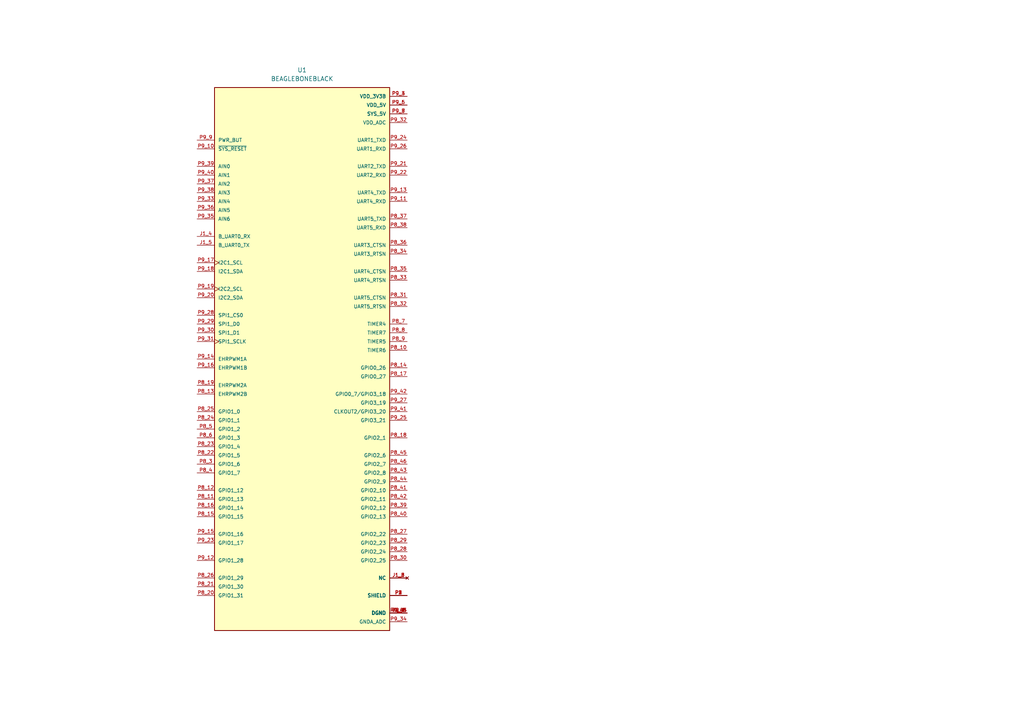
<source format=kicad_sch>
(kicad_sch (version 20211123) (generator eeschema)
  (paper "A4")
  (lib_symbols
    (symbol "Module_Beaglebone:BEAGLEBONEBLACK" (pin_names (offset 1.016))
      (property "Reference" "U" (at -25.4 79.375 0))
      (property "Value" "BEAGLEBONEBLACK" (at -25.4 -81.28 0))
      (symbol "BEAGLEBONEBLACK_0_0"
        (rectangle (start -25.4 -78.74) (end 25.4 78.74) (stroke (width 0.254)) (fill (type background)))
        (pin power_in line (at 30.48 -73.66 180) (length 5.08) (name "DGND") (number "J1_1"))
        (pin no_connect line (at 30.48 -63.5 180) (length 5.08) (name "NC") (number "J1_2"))
        (pin no_connect line (at 30.48 -63.5 180) (length 5.08) (name "NC") (number "J1_3"))
        (pin bidirectional line (at -30.48 35.56 0) (length 5.08) (name "B_UART0_RX") (number "J1_4"))
        (pin bidirectional line (at -30.48 33.02 0) (length 5.08) (name "B_UART0_TX") (number "J1_5"))
        (pin no_connect line (at 30.48 -63.5 180) (length 5.08) (name "NC") (number "J1_6"))
        (pin passive line (at 30.48 -68.58 180) (length 5.08) (name "SHIELD") (number "P1"))
        (pin passive line (at 30.48 -68.58 180) (length 5.08) (name "SHIELD") (number "P2"))
        (pin passive line (at 30.48 -68.58 180) (length 5.08) (name "SHIELD") (number "P3"))
        (pin passive line (at 30.48 -68.58 180) (length 5.08) (name "SHIELD") (number "P4"))
        (pin power_in line (at 30.48 -73.66 180) (length 5.08) (name "DGND") (number "P8_1"))
        (pin bidirectional line (at 30.48 2.54 180) (length 5.08) (name "TIMER6") (number "P8_10"))
        (pin bidirectional line (at -30.48 -40.64 0) (length 5.08) (name "GPIO1_13") (number "P8_11"))
        (pin bidirectional line (at -30.48 -38.1 0) (length 5.08) (name "GPIO1_12") (number "P8_12"))
        (pin bidirectional line (at -30.48 -10.16 0) (length 5.08) (name "EHRPWM2B") (number "P8_13"))
        (pin bidirectional line (at 30.48 -2.54 180) (length 5.08) (name "GPIO0_26") (number "P8_14"))
        (pin bidirectional line (at -30.48 -45.72 0) (length 5.08) (name "GPIO1_15") (number "P8_15"))
        (pin bidirectional line (at -30.48 -43.18 0) (length 5.08) (name "GPIO1_14") (number "P8_16"))
        (pin bidirectional line (at 30.48 -5.08 180) (length 5.08) (name "GPIO0_27") (number "P8_17"))
        (pin bidirectional line (at 30.48 -22.86 180) (length 5.08) (name "GPIO2_1") (number "P8_18"))
        (pin bidirectional line (at -30.48 -7.62 0) (length 5.08) (name "EHRPWM2A") (number "P8_19"))
        (pin power_in line (at 30.48 -73.66 180) (length 5.08) (name "DGND") (number "P8_2"))
        (pin bidirectional line (at -30.48 -68.58 0) (length 5.08) (name "GPIO1_31") (number "P8_20"))
        (pin bidirectional line (at -30.48 -66.04 0) (length 5.08) (name "GPIO1_30") (number "P8_21"))
        (pin bidirectional line (at -30.48 -27.94 0) (length 5.08) (name "GPIO1_5") (number "P8_22"))
        (pin bidirectional line (at -30.48 -25.4 0) (length 5.08) (name "GPIO1_4") (number "P8_23"))
        (pin bidirectional line (at -30.48 -17.78 0) (length 5.08) (name "GPIO1_1") (number "P8_24"))
        (pin bidirectional line (at -30.48 -15.24 0) (length 5.08) (name "GPIO1_0") (number "P8_25"))
        (pin bidirectional line (at -30.48 -63.5 0) (length 5.08) (name "GPIO1_29") (number "P8_26"))
        (pin bidirectional line (at 30.48 -50.8 180) (length 5.08) (name "GPIO2_22") (number "P8_27"))
        (pin bidirectional line (at 30.48 -55.88 180) (length 5.08) (name "GPIO2_24") (number "P8_28"))
        (pin bidirectional line (at 30.48 -53.34 180) (length 5.08) (name "GPIO2_23") (number "P8_29"))
        (pin bidirectional line (at -30.48 -30.48 0) (length 5.08) (name "GPIO1_6") (number "P8_3"))
        (pin bidirectional line (at 30.48 -58.42 180) (length 5.08) (name "GPIO2_25") (number "P8_30"))
        (pin bidirectional line (at 30.48 17.78 180) (length 5.08) (name "UART5_CTSN") (number "P8_31"))
        (pin bidirectional line (at 30.48 15.24 180) (length 5.08) (name "UART5_RTSN") (number "P8_32"))
        (pin bidirectional line (at 30.48 22.86 180) (length 5.08) (name "UART4_RTSN") (number "P8_33"))
        (pin bidirectional line (at 30.48 30.48 180) (length 5.08) (name "UART3_RTSN") (number "P8_34"))
        (pin bidirectional line (at 30.48 25.4 180) (length 5.08) (name "UART4_CTSN") (number "P8_35"))
        (pin bidirectional line (at 30.48 33.02 180) (length 5.08) (name "UART3_CTSN") (number "P8_36"))
        (pin bidirectional line (at 30.48 40.64 180) (length 5.08) (name "UART5_TXD") (number "P8_37"))
        (pin bidirectional line (at 30.48 38.1 180) (length 5.08) (name "UART5_RXD") (number "P8_38"))
        (pin bidirectional line (at 30.48 -43.18 180) (length 5.08) (name "GPIO2_12") (number "P8_39"))
        (pin bidirectional line (at -30.48 -33.02 0) (length 5.08) (name "GPIO1_7") (number "P8_4"))
        (pin bidirectional line (at 30.48 -45.72 180) (length 5.08) (name "GPIO2_13") (number "P8_40"))
        (pin bidirectional line (at 30.48 -38.1 180) (length 5.08) (name "GPIO2_10") (number "P8_41"))
        (pin bidirectional line (at 30.48 -40.64 180) (length 5.08) (name "GPIO2_11") (number "P8_42"))
        (pin bidirectional line (at 30.48 -33.02 180) (length 5.08) (name "GPIO2_8") (number "P8_43"))
        (pin bidirectional line (at 30.48 -35.56 180) (length 5.08) (name "GPIO2_9") (number "P8_44"))
        (pin bidirectional line (at 30.48 -27.94 180) (length 5.08) (name "GPIO2_6") (number "P8_45"))
        (pin bidirectional line (at 30.48 -30.48 180) (length 5.08) (name "GPIO2_7") (number "P8_46"))
        (pin bidirectional line (at -30.48 -20.32 0) (length 5.08) (name "GPIO1_2") (number "P8_5"))
        (pin bidirectional line (at -30.48 -22.86 0) (length 5.08) (name "GPIO1_3") (number "P8_6"))
        (pin bidirectional line (at 30.48 10.16 180) (length 5.08) (name "TIMER4") (number "P8_7"))
        (pin bidirectional line (at 30.48 7.62 180) (length 5.08) (name "TIMER7") (number "P8_8"))
        (pin bidirectional line (at 30.48 5.08 180) (length 5.08) (name "TIMER5") (number "P8_9"))
        (pin power_in line (at 30.48 -73.66 180) (length 5.08) (name "DGND") (number "P9_1"))
        (pin input line (at -30.48 60.96 0) (length 5.08) (name "~{SYS_RESET}") (number "P9_10"))
        (pin bidirectional line (at 30.48 45.72 180) (length 5.08) (name "UART4_RXD") (number "P9_11"))
        (pin bidirectional line (at -30.48 -58.42 0) (length 5.08) (name "GPIO1_28") (number "P9_12"))
        (pin bidirectional line (at 30.48 48.26 180) (length 5.08) (name "UART4_TXD") (number "P9_13"))
        (pin bidirectional line (at -30.48 0 0) (length 5.08) (name "EHRPWM1A") (number "P9_14"))
        (pin bidirectional line (at -30.48 -50.8 0) (length 5.08) (name "GPIO1_16") (number "P9_15"))
        (pin bidirectional line (at -30.48 -2.54 0) (length 5.08) (name "EHRPWM1B") (number "P9_16"))
        (pin bidirectional clock (at -30.48 27.94 0) (length 5.08) (name "I2C1_SCL") (number "P9_17"))
        (pin bidirectional line (at -30.48 25.4 0) (length 5.08) (name "I2C1_SDA") (number "P9_18"))
        (pin bidirectional clock (at -30.48 20.32 0) (length 5.08) (name "I2C2_SCL") (number "P9_19"))
        (pin power_in line (at 30.48 -73.66 180) (length 5.08) (name "DGND") (number "P9_2"))
        (pin bidirectional line (at -30.48 17.78 0) (length 5.08) (name "I2C2_SDA") (number "P9_20"))
        (pin bidirectional line (at 30.48 55.88 180) (length 5.08) (name "UART2_TXD") (number "P9_21"))
        (pin bidirectional line (at 30.48 53.34 180) (length 5.08) (name "UART2_RXD") (number "P9_22"))
        (pin bidirectional line (at -30.48 -53.34 0) (length 5.08) (name "GPIO1_17") (number "P9_23"))
        (pin bidirectional line (at 30.48 63.5 180) (length 5.08) (name "UART1_TXD") (number "P9_24"))
        (pin bidirectional line (at 30.48 -17.78 180) (length 5.08) (name "GPIO3_21") (number "P9_25"))
        (pin bidirectional line (at 30.48 60.96 180) (length 5.08) (name "UART1_RXD") (number "P9_26"))
        (pin bidirectional line (at 30.48 -12.7 180) (length 5.08) (name "GPIO3_19") (number "P9_27"))
        (pin bidirectional line (at -30.48 12.7 0) (length 5.08) (name "SPI1_CS0") (number "P9_28"))
        (pin bidirectional line (at -30.48 10.16 0) (length 5.08) (name "SPI1_D0") (number "P9_29"))
        (pin power_in line (at 30.48 76.2 180) (length 5.08) (name "VDD_3V3B") (number "P9_3"))
        (pin bidirectional line (at -30.48 7.62 0) (length 5.08) (name "SPI1_D1") (number "P9_30"))
        (pin bidirectional clock (at -30.48 5.08 0) (length 5.08) (name "SPI1_SCLK") (number "P9_31"))
        (pin power_in line (at 30.48 68.58 180) (length 5.08) (name "VDD_ADC") (number "P9_32"))
        (pin input line (at -30.48 45.72 0) (length 5.08) (name "AIN4") (number "P9_33"))
        (pin power_in line (at 30.48 -76.2 180) (length 5.08) (name "GNDA_ADC") (number "P9_34"))
        (pin input line (at -30.48 40.64 0) (length 5.08) (name "AIN6") (number "P9_35"))
        (pin input line (at -30.48 43.18 0) (length 5.08) (name "AIN5") (number "P9_36"))
        (pin input line (at -30.48 50.8 0) (length 5.08) (name "AIN2") (number "P9_37"))
        (pin input line (at -30.48 48.26 0) (length 5.08) (name "AIN3") (number "P9_38"))
        (pin input line (at -30.48 55.88 0) (length 5.08) (name "AIN0") (number "P9_39"))
        (pin power_in line (at 30.48 76.2 180) (length 5.08) (name "VDD_3V3B") (number "P9_4"))
        (pin input line (at -30.48 53.34 0) (length 5.08) (name "AIN1") (number "P9_40"))
        (pin bidirectional line (at 30.48 -15.24 180) (length 5.08) (name "CLKOUT2/GPIO3_20") (number "P9_41"))
        (pin bidirectional line (at 30.48 -10.16 180) (length 5.08) (name "GPIO0_7/GPIO3_18") (number "P9_42"))
        (pin power_in line (at 30.48 -73.66 180) (length 5.08) (name "DGND") (number "P9_43"))
        (pin power_in line (at 30.48 -73.66 180) (length 5.08) (name "DGND") (number "P9_44"))
        (pin power_in line (at 30.48 -73.66 180) (length 5.08) (name "DGND") (number "P9_45"))
        (pin power_in line (at 30.48 -73.66 180) (length 5.08) (name "DGND") (number "P9_46"))
        (pin power_in line (at 30.48 73.66 180) (length 5.08) (name "VDD_5V") (number "P9_5"))
        (pin power_in line (at 30.48 73.66 180) (length 5.08) (name "VDD_5V") (number "P9_6"))
        (pin power_in line (at 30.48 71.12 180) (length 5.08) (name "SYS_5V") (number "P9_7"))
        (pin power_in line (at 30.48 71.12 180) (length 5.08) (name "SYS_5V") (number "P9_8"))
        (pin input line (at -30.48 63.5 0) (length 5.08) (name "PWR_BUT") (number "P9_9"))
      )
    )
  )
  (symbol (lib_id "Module_Beaglebone:BEAGLEBONEBLACK") (at 87.63 104.14 0) (unit 1)
    (property "Reference" "U1" (at 87.63 20.32 0))
    (property "Value" "BEAGLEBONEBLACK" (at 87.63 22.86 0))
    (property "Footprint" "Module_Beaglebone:MODULE_BEAGLEBONEBLACK" (effects hide))
    (property "MANUFACTURER" "Bearings Limited" (effects hide))
    (property "MAXIMUM_PACKAGE_HEIGHT" "4.76 mm" (effects hide))
    (property "PARTREV" "C" (effects hide))
    (property "STANDARD" "Manufacturer Recommendations" (effects hide))
  )
)
</source>
